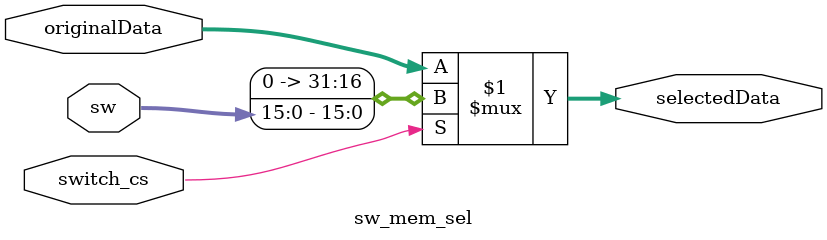
<source format=v>
module sw_mem_sel(
    input switch_cs,
    input [15:0] sw,
    input [31:0] originalData,
    output [31:0] selectedData
);

    assign selectedData = (switch_cs) ? {16'b0, sw[15:0]} : originalData;
endmodule
</source>
